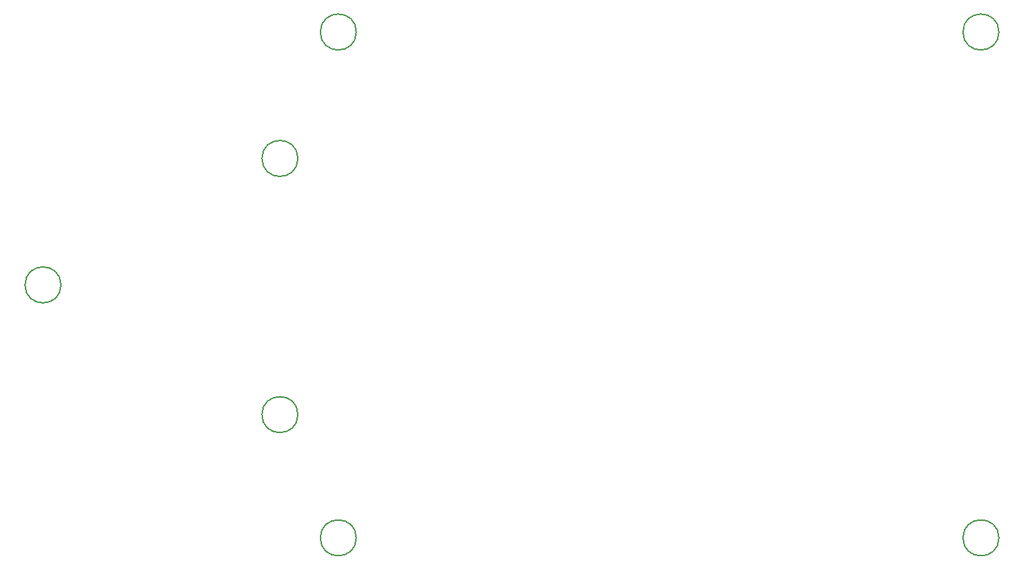
<source format=gbr>
G04 #@! TF.GenerationSoftware,KiCad,Pcbnew,7.0.1*
G04 #@! TF.CreationDate,2023-04-28T04:17:00-07:00*
G04 #@! TF.ProjectId,jam-pad_plate,6a616d2d-7061-4645-9f70-6c6174652e6b,rev?*
G04 #@! TF.SameCoordinates,Original*
G04 #@! TF.FileFunction,Other,Comment*
%FSLAX46Y46*%
G04 Gerber Fmt 4.6, Leading zero omitted, Abs format (unit mm)*
G04 Created by KiCad (PCBNEW 7.0.1) date 2023-04-28 04:17:00*
%MOMM*%
%LPD*%
G01*
G04 APERTURE LIST*
%ADD10C,0.150000*%
G04 APERTURE END LIST*
D10*
G04 #@! TO.C,REF\u002A\u002A*
X62525000Y-38496875D02*
G75*
G03*
X62525000Y-38496875I-2200000J0D01*
G01*
X33553125Y-53975001D02*
G75*
G03*
X33553125Y-53975001I-2200000J0D01*
G01*
X69668750Y-23018748D02*
G75*
G03*
X69668750Y-23018748I-2200000J0D01*
G01*
X148250000Y-84931252D02*
G75*
G03*
X148250000Y-84931252I-2200000J0D01*
G01*
X148250000Y-23018750D02*
G75*
G03*
X148250000Y-23018750I-2200000J0D01*
G01*
X69668750Y-84931250D02*
G75*
G03*
X69668750Y-84931250I-2200000J0D01*
G01*
X62525000Y-69850000D02*
G75*
G03*
X62525000Y-69850000I-2200000J0D01*
G01*
G04 #@! TD*
M02*

</source>
